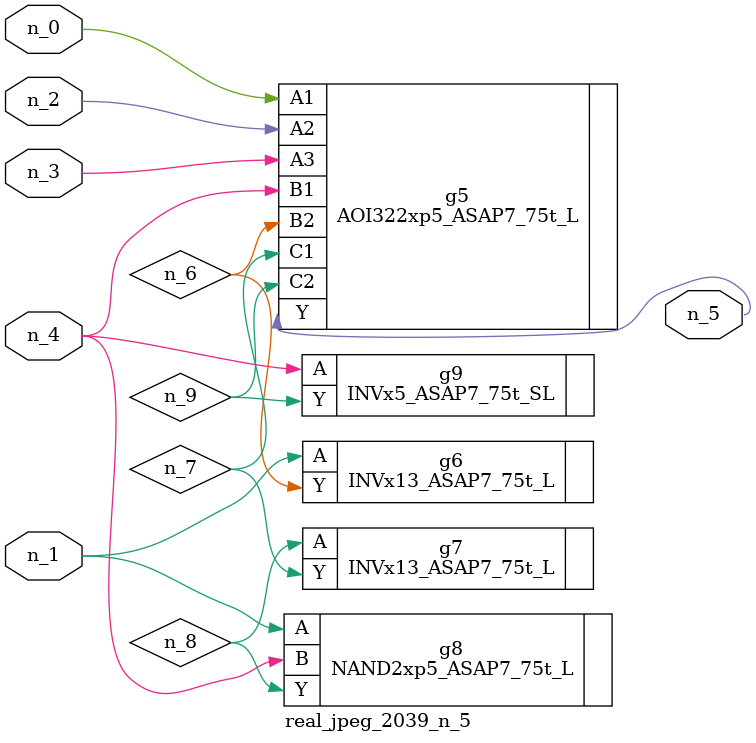
<source format=v>
module real_jpeg_2039_n_5 (n_4, n_0, n_1, n_2, n_3, n_5);

input n_4;
input n_0;
input n_1;
input n_2;
input n_3;

output n_5;

wire n_8;
wire n_6;
wire n_7;
wire n_9;

AOI322xp5_ASAP7_75t_L g5 ( 
.A1(n_0),
.A2(n_2),
.A3(n_3),
.B1(n_4),
.B2(n_6),
.C1(n_7),
.C2(n_9),
.Y(n_5)
);

INVx13_ASAP7_75t_L g6 ( 
.A(n_1),
.Y(n_6)
);

NAND2xp5_ASAP7_75t_L g8 ( 
.A(n_1),
.B(n_4),
.Y(n_8)
);

INVx5_ASAP7_75t_SL g9 ( 
.A(n_4),
.Y(n_9)
);

INVx13_ASAP7_75t_L g7 ( 
.A(n_8),
.Y(n_7)
);


endmodule
</source>
